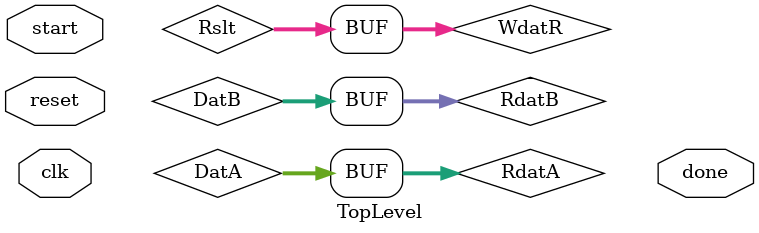
<source format=sv>
module TopLevel
(
  input wire clk,
  input wire reset,
  input wire start,
  output logic done
);
// 9 BIT INSTRUCTION SET
// 4 8-BIT REGISTERS

// R(00) Instruction Type
// AND - 2 bit type (00), 3 bits opcode (000), 2 bit operand destination register (XX), 2 bit operand register (XX)
// OR - 2 bit type (00), 3 bits opcode (001), 2 bit operand destination register (XX), 2 bit operand register (XX)
// XOR -2 bit type (00), 3 bits opcode (010), 2 bit operand destination register (XX), 2 bit operand register (XX)
// ADD - 2 bit type (00), 3 bits opcode (011), 2 bit operand destination register (XX), 2 bit operand register (XX)
// SUB - 2 bit type (00), 3 bits opcode (100), 2 bit operand destination register (XX), 2 bit operand register (XX)
// SLT(Set less than) - 2 bit type (00), 3 bits opcode (101), 2 bit operand register (XX), 2 bit operand register (XX)
// SLTE(Set less than or equal to) - 2 bit type (00), 3 bits opcode (110), 2 bit operand register (XX), 2 bit operand register (XX)
// SEQ(Set equal to) -  2 bit type (00), 3 bits opcode (111), 2 bit operand register (XX), 2 bit operand register (XX)

// Memory(01) M Instruction Type
// SB(store byte) - 2 bit type (01), 3 bit opcode (000), 2 bit destination memory address register (XX), 2 bit source (XX)
// LB(load byte) - 2 bit type (01), 3 bit opcode (001), 2 bit destination register (XX), 2 bit source memory address register (XX)
// LL(load LUT) - 2 bit type (01), 3 bit opcode (010), 4-bit LUT index (XXXX)
// LIL(Load immediate lower) - 2 bit type (01), 3 bit opcode (011), 4-bit LUT index (XXXX)
// LIU(Load immediate upper) - 2 bit type (01), 3 bit opcode (100), 4-bit LUT index (XXXX)

// Branch(10) B Instruction Type
// BEQ(Branch equal to) - 2 bit type (10), 2 bit opcode (00), 5 bit immediate for LUT index
// BLT(Branch less than) - 2 bit type (10), 2 bit opcode (01), 5 bit immediate for LUT index
// BLTE(Branch less than or equal to) - 2 bit type (10), 2 bit opcode (10), 5 bit immediate for LUT index
// BUN(Branch unconditional) - 2 bit type (10), 2 bit opcode (11), 5 bit immediate for LUT index

// Shift and other(11) S Instruction Type
// LSL(Left shift) - 2 bit type (11), 2 bit opcode (00), 2 bit operand destination register, 2-bit register shift amount, 1-bit dummy
// LSR(Right shift) - 2 bit type (11), 2 bit opcode (01), 2 bit operand destination register, 2-bit register shift amount, 1-bit dummy
// BF(Branch forwards) - 2 bit type (11), 2 bit opcode (10), 5 bit immediate for LUT index
// BB(Branch backwards) - 2 bit type (11), 2 bit opcode (11), 5 bit immediate for LUT index

  wire [7:0]   PC;
  wire [2:0]   Aluop;
  wire [1:0]   Ra, Rb, Wd;      // Updated to 2 bits based on RegisterFile
  wire [8:0]   mach_code;
  wire [7:0]   DatA, DatB;      // ALU inputs
  wire [7:0]   Rslt;            // ALU output
  wire [7:0]   RdatA, RdatB;    // RegFile outputs
  wire [7:0]   WdatR;           // RegFile data input (from ALU)
  wire [7:0]   WdatD;           // Data memory data input
  wire [7:0]   Rdat;            // Data memory data output
  wire [7:0]   Addr;            // Data memory address


  wire jumpEnable; // PC jump enable
  wire branchEnable;

  wire carry; //ALU carry out

  // Comparison flags
  wire equal; // ALU equal flag
  wire lessThan; // ALU less than flag

  // Memory control signals
  wire WenR, WenD;     // Write enables
  wire Ldr, Str;       // LOAD and STORE controls
  wire memWrite;
  wire memRead;
  wire regWrite;

  wire [7:0] jumpAmount;

  wire [4:0]   LUTIndex;
  wire         shiftDirection;
  wire [2:0]   shiftAmount;

  logic [7:0]  index;
  logic [7:0]  value;

  assign DatA = RdatA;          // ALU operand A from RegFile
  assign DatB = RdatB;          // ALU operand B from RegFile
  assign WdatR = Rslt;          // ALU result to RegFile

  LookUpTable LUT_inst (
      .index(index),
      .value(value)
  );

  ProgramCounter PC_inst (
      .clk(clk),
      .reset(reset),
      .jumpEnable(jumpEnable),
      .jumpAmount(jumpAmount),
      .count(PC)
  );

  InstructionMemory IM_inst (
      .PC(PC),
      .mach_code(mach_code)
  );

  ControlUnit CU_inst (
      .bits(mach_code),
      .equal(equal),
      .lessThan(lessThan),
      .branchEnable(branchEnable),
      .memWrite(memWrite),
      .memRead(memRead),
      .regWrite(regWrite),
      .LUTIndex(LUTIndex),
      .Aluop(Aluop),
      .shiftDirection(shiftDirection),
      .shiftAmount(shiftAmount)
  );

  // Register file contains 4 * 8-bit registers
  RegisterFile RF_inst (
      .clk(clk),
      .wen(regWrite),
      .r_addr1(Ra),
      .r_addr2(Rb),
      .w_addr(Wd),
      .dataIn(WdatR),
      .dataOut1(RdatA),
      .dataOut2(RdatB)
  );

  ALU ALU_inst (
      .control_in(Aluop[1:0]),
      .op1(DatA),
      .op2(DatB),
      .Aluop(Aluop),
      .result(Rslt),
      .equal(Zero),
      .lessThan(SCo)
  );

  DataMemory data_mem1 (
      .clk(clk),
      .address(Addr),
      .writeData(WdatD),
      .readData(Rdat),
      .wen(memWrite)
  );

  // Logic to determine Done signal (example condition)
  always_ff @(posedge clk or posedge reset) begin
      if (reset) begin
          Done <= 1'b0;
      end else begin
          // Example: Set Done when PC reaches a specific value
          if (PC == 8'hFF || mach_code == 9'b0)//IF PC hits certain number of 0 instruction, finish.
              Done <= 1'b1;
          else
              Done <= 1'b0;
      end
  end
  

  // // Example: If memRead (LOAD) is active, set Addr from LUT value
  // // If memWrite (STORE) is active, set Addr from LUT value and data from ALU result
  // always_comb begin
  //     if (memRead) begin
  //         Addr = value;              // Address for LOAD from LUT
  //         WdatD = Rslt;              // Data to write back from ALU
  //     end else if (memWrite) begin
  //         Addr = value;              // Address for STORE from LUT
  //         WdatD = Rslt;              // Data to store from ALU
  //     end else begin
  //         Addr = 8'd0;
  //         WdatD = 8'd0;
  //     end
  // end

endmodule

</source>
